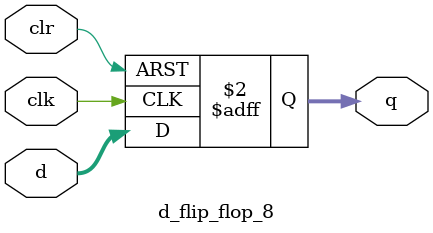
<source format=v>
module state_register_file (
    input clk, 
    input W_SPSR_s,
    input [2:0] W_CPSR_s,
    input Write_SPSR,
    input Write_CPSR,
    input [31:0] SPSR_New,
    input [31:0] CPSR_New,
    input [3:0] MASK,
    input [3:0] NZCV,
    input [2:0] Change_M,
    input S,
    
    output [31:0] SPSR_fiq,
    output [31:0] SPSR_irq,
    output [31:0] SPSR_abt,
    output [31:0] SPSR_svc,
    output [31:0] SPSR_und,
    output [31:0] SPSR_mon,
    output [31:0] SPSR_hyp,
    output [31:0] CPSR
);
    reg [31:0] Curr_SPSR, CPSR_in;//the SPSR in the current mode,  the CPSR to  
    wire [31:0] new_SPSR;
    reg [6:0] clk_m;
    reg [4:0] M;
    
    assign new_SPSR = (W_SPSR_s == 1)? CPSR : SPSR_New; //new_SPSR to store the data to write in SPSR
//    assign CPSR_in = (W_CPSR_s == 1)? CPSR_New : Curr_SPSR;
    
    always@(Change_M or CPSR[4:0]) begin
        case(Change_M)
            3'd0: M <= CPSR[4:0];
            3'd1: M <= 5'b10001; //fiq
            3'd2: M <= 5'b10010; //irq
            3'd3: M <= 5'b10011; //svc
            3'd4: M <= 5'b11011; //und
        endcase
    end
    
    always@(W_CPSR_s)begin
        case(W_CPSR_s)
            3'd0: CPSR_in <= Curr_SPSR;
            3'd1: CPSR_in <= CPSR_New;
            3'd2: CPSR_in <= {CPSR[31:8],8'h92}; //irq
            3'd3: CPSR_in <= {CPSR[31:8],8'hD1}; //fiq
            3'd4: CPSR_in <= {CPSR[31:8],8'h93}; //svc
            3'd5: CPSR_in <= {CPSR[31:8],8'h1B}; //und
        endcase
    end
    
    always@(M[4:0]) begin//to write which SPSR and read the current SPSR
        if(M[4]) begin
            case(M[3:0])
                4'b0001: begin 
                    clk_m = 7'b0000001; //to write which SPSR 
                    Curr_SPSR <= SPSR_fiq;
                end
                4'b0010: begin 
                    clk_m = 7'b0000010; 
                    Curr_SPSR <= SPSR_irq;
                end
                4'b0011: begin 
                    clk_m = 7'b0000100; 
                    Curr_SPSR <= SPSR_svc;
                end 
                4'b0110: begin 
                    clk_m = 7'b0001000; 
                    Curr_SPSR <= SPSR_mon;
                end
                4'b0111: begin 
                    clk_m = 7'b0010000; 
                    Curr_SPSR <= SPSR_abt;
                end
                4'b1010: begin 
                    clk_m = 7'b0100000; 
                    Curr_SPSR <= SPSR_hyp;
                end
                4'b1011: begin 
                    clk_m = 7'b1000000; 
                    Curr_SPSR <= SPSR_und;
                end
            endcase
        end
    end

    
    //SPSR
    d_flip_flop_32 D_SPSR_fiq(
        .d(new_SPSR),
        .clk(~clk * Write_SPSR * clk_m[0]),
        .q(SPSR_fiq)
    );
    d_flip_flop_32 D_SPSR_irq(
        .d(new_SPSR),
        .clk(~clk * Write_SPSR * clk_m[1]),
        .q(SPSR_irq)
    );
    d_flip_flop_32 D_SPSR_svc(
        .d(new_SPSR),
        .clk(~clk * Write_SPSR * clk_m[2]),
        .q(SPSR_svc)
    );
    d_flip_flop_32 D_SPSR_mon(
        .d(new_SPSR),
        .clk(~clk * Write_SPSR * clk_m[3]),
        .q(SPSR_mon)
    );
    d_flip_flop_32 D_SPSR_abt(
        .d(new_SPSR),
        .clk(~clk * Write_SPSR * clk_m[4]),
        .q(SPSR_abt)
    );
    d_flip_flop_32 D_SPSR_hyp(
        .d(new_SPSR),
        .clk(~clk * Write_SPSR * clk_m[5]),
        .q(SPSR_hyp)
    );
    d_flip_flop_32 D_SPSR_und(
        .d(new_SPSR),
        .clk(~clk * Write_SPSR * clk_m[6]),
        .q(SPSR_und)
    );
    
    //CPSR
    d_flip_flop_8 D_CPSR_7_0(
        .d(CPSR_in[7:0]),
        .clk(~clk * Write_CPSR * ~(W_CPSR_s[0] * ~MASK[0] * ~W_CPSR_s[1] * ~W_CPSR_s[2])),
        .q(CPSR[7:0])
    );
    d_flip_flop_8 D_CPSR_15_8(
        .d(CPSR_in[15:8]),
        .clk(~clk * Write_CPSR * ((~W_CPSR_s[0]*~W_CPSR_s[1]*~W_CPSR_s[2])+(~W_CPSR_s[1]*~W_CPSR_s[2]*MASK[1]))),
        .q(CPSR[15:8])
    );
    d_flip_flop_8 D_CPSR_23_16(
        .d(CPSR_in[23:16]),
        .clk(~clk * Write_CPSR * ((~W_CPSR_s[0]*~W_CPSR_s[1]*~W_CPSR_s[2])+(~W_CPSR_s[1]*~W_CPSR_s[2]*MASK[2]))),
        .q(CPSR[23:16])
    );
    d_flip_flop_4 D_CPSR_27_24(
        .d(CPSR_in[27:24]),
        .clk(~clk * Write_CPSR * ((~W_CPSR_s[0]*~W_CPSR_s[1]*~W_CPSR_s[2])+(~W_CPSR_s[1]*~W_CPSR_s[2]*MASK[3]))),
        .q(CPSR[27:24])
    );
    d_flip_flop_4 D_CPSR_31_28(
        .d((S==0)? CPSR_in[31:28] : NZCV),
        .clk((~clk * Write_CPSR * ((~W_CPSR_s[0]*~W_CPSR_s[1]*~W_CPSR_s[2])+(~W_CPSR_s[1]*~W_CPSR_s[2]*MASK[3])))+(~clk  *  S)),
        .q(CPSR[31:28])
    );
endmodule

module d_flip_flop_32(
    input [31:0]d,
    input clk,
    input clr,
    output reg [31:0] q
    );
        
    always@ (posedge clk or posedge clr) begin
        if(clr) begin
            q <= 0; 
        end
        else begin
            q <= d;
        end
    end
    
endmodule

module d_flip_flop_4(
    input [3:0]d,
    input clk,
    input clr,
    output reg [3:0] q
    );
        
    always@ (posedge clk or posedge clr) begin
        if(clr) begin
            q <= 0; 
        end
        else begin
            q <= d;
        end
    end
    
endmodule

module d_flip_flop_8(
    input [7:0]d,
    input clk,
    input clr,
    output reg [7:0] q
    );
        
    always@ (posedge clk or posedge clr) begin
        if(clr) begin
            q <= 0; 
        end
        else begin
            q <= d;
        end
    end
    
endmodule


</source>
